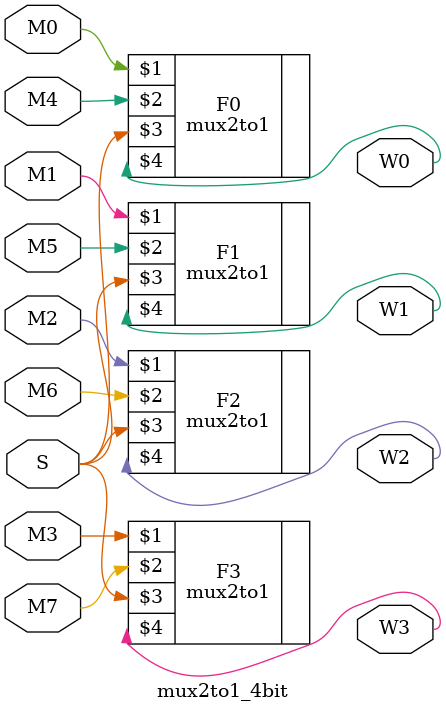
<source format=v>
/*
____________ LAB 1 ____________
Module Multiplexer with:
	- Input: x2 binary (4 bit) - M7 ... M0
	- Output: x1 binary (4 bit) - W3 ... W0
	- 1 select - S
*/
module mux2to1_4bit(M7,M6,M5,M4,M3,M2,M1,M0,S,W3,W2,W1,W0);
	input M7,M6,M5,M4,M3,M2,M1,M0,S;
	output W3,W2,W1,W0;
	mux2to1 F0(M0,M4,S,W0);
	mux2to1 F1(M1,M5,S,W1);
	mux2to1 F2(M2,M6,S,W2);
	mux2to1 F3(M3,M7,S,W3);
endmodule

</source>
